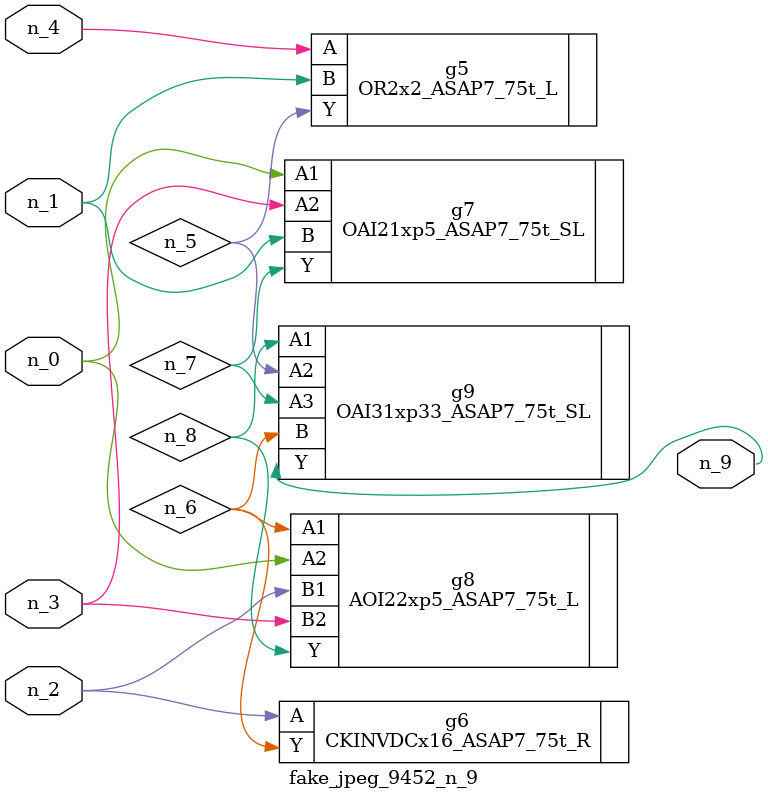
<source format=v>
module fake_jpeg_9452_n_9 (n_3, n_2, n_1, n_0, n_4, n_9);

input n_3;
input n_2;
input n_1;
input n_0;
input n_4;

output n_9;

wire n_8;
wire n_6;
wire n_5;
wire n_7;

OR2x2_ASAP7_75t_L g5 ( 
.A(n_4),
.B(n_1),
.Y(n_5)
);

CKINVDCx16_ASAP7_75t_R g6 ( 
.A(n_2),
.Y(n_6)
);

OAI21xp5_ASAP7_75t_SL g7 ( 
.A1(n_0),
.A2(n_3),
.B(n_1),
.Y(n_7)
);

AOI22xp5_ASAP7_75t_L g8 ( 
.A1(n_6),
.A2(n_0),
.B1(n_2),
.B2(n_3),
.Y(n_8)
);

OAI31xp33_ASAP7_75t_SL g9 ( 
.A1(n_8),
.A2(n_5),
.A3(n_7),
.B(n_6),
.Y(n_9)
);


endmodule
</source>
